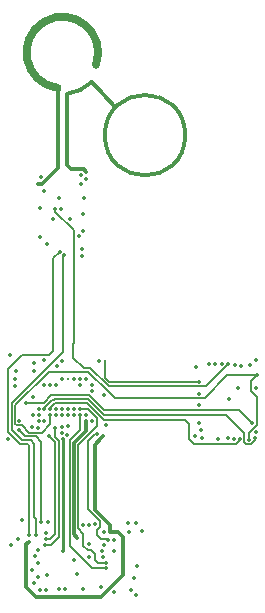
<source format=gbr>
G04 #@! TF.GenerationSoftware,KiCad,Pcbnew,(5.1.6)-1*
G04 #@! TF.CreationDate,2021-01-05T14:36:29-08:00*
G04 #@! TF.ProjectId,Miniscope-v4-Rigid-Flex,4d696e69-7363-46f7-9065-2d76342d5269,rev?*
G04 #@! TF.SameCoordinates,Original*
G04 #@! TF.FileFunction,Copper,L4,Inr*
G04 #@! TF.FilePolarity,Positive*
%FSLAX46Y46*%
G04 Gerber Fmt 4.6, Leading zero omitted, Abs format (unit mm)*
G04 Created by KiCad (PCBNEW (5.1.6)-1) date 2021-01-05 14:36:29*
%MOMM*%
%LPD*%
G01*
G04 APERTURE LIST*
G04 #@! TA.AperFunction,NonConductor*
%ADD10C,0.304800*%
G04 #@! TD*
G04 #@! TA.AperFunction,NonConductor*
%ADD11C,0.700000*%
G04 #@! TD*
G04 #@! TA.AperFunction,NonConductor*
%ADD12C,0.300000*%
G04 #@! TD*
G04 #@! TA.AperFunction,ViaPad*
%ADD13C,0.350000*%
G04 #@! TD*
G04 #@! TA.AperFunction,ViaPad*
%ADD14C,0.300000*%
G04 #@! TD*
G04 #@! TA.AperFunction,Conductor*
%ADD15C,0.254000*%
G04 #@! TD*
G04 #@! TA.AperFunction,Conductor*
%ADD16C,0.304800*%
G04 #@! TD*
G04 #@! TA.AperFunction,Conductor*
%ADD17C,0.152400*%
G04 #@! TD*
G04 #@! TA.AperFunction,Conductor*
%ADD18C,0.203200*%
G04 #@! TD*
G04 APERTURE END LIST*
D10*
X106240984Y-86490984D02*
X108250000Y-88600000D01*
X106241844Y-86490123D02*
G75*
G02*
X104150000Y-87500000I-2491844J2490123D01*
G01*
D11*
X106594123Y-85034875D02*
G75*
G03*
X103350000Y-87000000I-2844123J1034875D01*
G01*
D10*
X104136200Y-88894800D02*
X104150000Y-87500000D01*
D12*
X114150000Y-91000000D02*
G75*
G03*
X114150000Y-91000000I-3400000J0D01*
G01*
D10*
X103348800Y-88945600D02*
X103350000Y-87000000D01*
D13*
X102967800Y-98080200D03*
X102459800Y-100213800D03*
X101824800Y-97191200D03*
X101901000Y-99588200D03*
X104441000Y-98072204D03*
X105380800Y-101225400D03*
X108153200Y-125282200D03*
X109423200Y-124571000D03*
X110042800Y-127500000D03*
X109792800Y-128500000D03*
X101833200Y-129476000D03*
X103805272Y-126232072D03*
X104991600Y-128180600D03*
X115450200Y-115976100D03*
X106854008Y-110111800D03*
X110515400Y-124494800D03*
X117238200Y-110373800D03*
X107268800Y-124573800D03*
X107010200Y-129295400D03*
X101734400Y-114680800D03*
X102234400Y-115180800D03*
X103727105Y-115714263D03*
X101172800Y-127850400D03*
X108153200Y-126171200D03*
X102425200Y-128206000D03*
X106234400Y-115180800D03*
X103729800Y-110162600D03*
X105990400Y-126740800D03*
X103803210Y-116715800D03*
X106041200Y-125597800D03*
X117862700Y-113338600D03*
X116963200Y-116749200D03*
X104736800Y-126948400D03*
X102409000Y-124691400D03*
X99774000Y-111621200D03*
X101729600Y-115758600D03*
X104734400Y-111680800D03*
X101734400Y-114180800D03*
X106234400Y-112180800D03*
X100000000Y-125215199D03*
X118588800Y-112378800D03*
D14*
X104234400Y-111680800D03*
D13*
X115109000Y-110653200D03*
X101323400Y-110300400D03*
X105584175Y-96353175D03*
X105330000Y-94355802D03*
X116154800Y-110378800D03*
X110000000Y-123859988D03*
X115349800Y-112877800D03*
X115349800Y-113877800D03*
X101346000Y-128914400D03*
X100123002Y-115199800D03*
X104017600Y-129450600D03*
X104978200Y-125064400D03*
X107253800Y-112992800D03*
X106512389Y-123949248D03*
X108149400Y-129707400D03*
X120188996Y-112380400D03*
X105734400Y-115180800D03*
X101734400Y-115180800D03*
X101323400Y-110960800D03*
X105234400Y-111680800D03*
X114956600Y-116469800D03*
X103234400Y-112180800D03*
X118919000Y-110551600D03*
X120189000Y-116106199D03*
X119604804Y-110492800D03*
X102734400Y-112180800D03*
X115349800Y-115361998D03*
X107412800Y-115572800D03*
X102734400Y-114180800D03*
X118769390Y-116698400D03*
X120039390Y-116673000D03*
X102234400Y-114180800D03*
X119833400Y-115377600D03*
X100656400Y-113642400D03*
X105380800Y-100675400D03*
X105533200Y-99091800D03*
X103454800Y-96327600D03*
X107818800Y-124573800D03*
X106234400Y-112680800D03*
X100910400Y-125441000D03*
X102237800Y-110066210D03*
X102234400Y-112180800D03*
X116688200Y-110378800D03*
X101234400Y-114680800D03*
X105734400Y-111680800D03*
X120112800Y-110035600D03*
X99716600Y-112245400D03*
X107235000Y-116487200D03*
D14*
X107387400Y-110111800D03*
D13*
X115349800Y-111867190D03*
X100377000Y-123548400D03*
X99799400Y-110960800D03*
X99183200Y-116741200D03*
X109343200Y-123853200D03*
X99386400Y-125699400D03*
X118360200Y-110475400D03*
X105533200Y-97644000D03*
X105126810Y-99545400D03*
X101977200Y-94533606D03*
X103653600Y-97240200D03*
X102180400Y-95752780D03*
X101723200Y-95092398D03*
X105787200Y-94101800D03*
X101175400Y-115736000D03*
X103734400Y-114680800D03*
X105734400Y-114680800D03*
X103734400Y-111680800D03*
X102358198Y-125199400D03*
X102586800Y-116444400D03*
X103234400Y-114680800D03*
X103145598Y-115826800D03*
X102307400Y-125707400D03*
X103272600Y-110518200D03*
X99310200Y-109654600D03*
X101234400Y-113180800D03*
X105234400Y-112180800D03*
X109542800Y-129500000D03*
X110029000Y-129941200D03*
X103475400Y-129450600D03*
X102383200Y-129476000D03*
X105516200Y-129450600D03*
X101722800Y-128409200D03*
X119533132Y-116770068D03*
X120239800Y-111339000D03*
X102734400Y-114680800D03*
X103153600Y-97240200D03*
X117801400Y-110399200D03*
X102536000Y-123726200D03*
X103234400Y-114180800D03*
X101977200Y-123728999D03*
X103734400Y-114180800D03*
X100046800Y-115953800D03*
X106015800Y-123972200D03*
X104234400Y-114680800D03*
X105507800Y-124023000D03*
X104263192Y-115631600D03*
X107598768Y-125301168D03*
X104234400Y-114180800D03*
X106727000Y-116309400D03*
X107285800Y-125699400D03*
X104734400Y-114680800D03*
X103704402Y-116190400D03*
X101678614Y-126152184D03*
X104734400Y-114180800D03*
X107071800Y-126198400D03*
X105234400Y-114198410D03*
X107412800Y-127198000D03*
X104127250Y-116365400D03*
X107184200Y-126698000D03*
X107477028Y-127667172D03*
X105234400Y-114680800D03*
X101671800Y-127212600D03*
X118284000Y-116698400D03*
X115566200Y-116631600D03*
X117776000Y-116673004D03*
X101469198Y-126639200D03*
X103526600Y-100899600D03*
X100910400Y-124891000D03*
X105350967Y-95176325D03*
X103933000Y-101153600D03*
X101494600Y-124891000D03*
X105750000Y-94750000D03*
D15*
X103805272Y-116717862D02*
X103803210Y-116715800D01*
X103805272Y-126232072D02*
X103805272Y-116717862D01*
D16*
X104978200Y-125064400D02*
X104720389Y-124806589D01*
X104720389Y-117046011D02*
X105734400Y-116032000D01*
X104720389Y-124806589D02*
X104720389Y-117046011D01*
X105734400Y-115357576D02*
X105734400Y-115180800D01*
X105734400Y-116032000D02*
X105734400Y-115357576D01*
D17*
X102734400Y-114104400D02*
X103160200Y-113678600D01*
D18*
X114474000Y-116690400D02*
X114911001Y-117127401D01*
X114169200Y-115115600D02*
X114474000Y-115420400D01*
X105822667Y-113678600D02*
X107259667Y-115115600D01*
X114911001Y-117127401D02*
X118481999Y-117127401D01*
X118769390Y-116840010D02*
X118769390Y-116698400D01*
D17*
X103160200Y-113678600D02*
X103236600Y-113678600D01*
D18*
X118481999Y-117127401D02*
X118769390Y-116840010D01*
X107259667Y-115115600D02*
X114169200Y-115115600D01*
D17*
X102734400Y-114180800D02*
X102734400Y-114104400D01*
D18*
X114474000Y-115420400D02*
X114474000Y-116690400D01*
X103236600Y-113678600D02*
X105822667Y-113678600D01*
X117598200Y-114683800D02*
X119154931Y-116240531D01*
D17*
X119731131Y-117148269D02*
X120039390Y-116840010D01*
X119154931Y-116977131D02*
X119326069Y-117148269D01*
X119154931Y-116494531D02*
X119154931Y-116977131D01*
X120039390Y-116840010D02*
X120039390Y-116673000D01*
X119154931Y-116240531D02*
X119154931Y-116494531D01*
X119326069Y-117148269D02*
X119731131Y-117148269D01*
D18*
X103016000Y-113399200D02*
X103041410Y-113373790D01*
X103041410Y-113373790D02*
X105948924Y-113373790D01*
D17*
X102234400Y-114180800D02*
X102234400Y-114071000D01*
X102234400Y-114071000D02*
X102906200Y-113399200D01*
X102906200Y-113399200D02*
X103016000Y-113399200D01*
D18*
X105948924Y-113373790D02*
X107258934Y-114683800D01*
X107258934Y-114683800D02*
X117598200Y-114683800D01*
D17*
X100903887Y-113642400D02*
X100656400Y-113642400D01*
X102180400Y-113642400D02*
X100903887Y-113642400D01*
X106042001Y-113033601D02*
X102789199Y-113033601D01*
D18*
X119658401Y-115202601D02*
X119833400Y-115377600D01*
X106371400Y-113363000D02*
X107285800Y-114277400D01*
D17*
X102789199Y-113033601D02*
X102180400Y-113642400D01*
X106371400Y-113363000D02*
X106042001Y-113033601D01*
D18*
X118733200Y-114277400D02*
X119658401Y-115202601D01*
X107285800Y-114277400D02*
X118733200Y-114277400D01*
D16*
X100910400Y-125441000D02*
X100700470Y-125650930D01*
X101520000Y-130068200D02*
X107006400Y-130068200D01*
X107827200Y-124573800D02*
X107818800Y-124573800D01*
X108860600Y-124996200D02*
X108438200Y-124573800D01*
X108438200Y-124573800D02*
X107818800Y-124573800D01*
X107818800Y-124573800D02*
X107818800Y-124030600D01*
X108860600Y-128214000D02*
X108860600Y-124996200D01*
X100700470Y-125650930D02*
X100700470Y-129248670D01*
X107818800Y-124573800D02*
X107818800Y-124303800D01*
X107818800Y-124030600D02*
X106498400Y-122710200D01*
X107819200Y-124565800D02*
X107827200Y-124573800D01*
X100700470Y-129248670D02*
X101520000Y-130068200D01*
X107006400Y-130068200D02*
X108860600Y-128214000D01*
X106498400Y-122710200D02*
X106498400Y-117223800D01*
X106498400Y-117223800D02*
X107060001Y-116662199D01*
X107060001Y-116662199D02*
X107235000Y-116487200D01*
D18*
X107720390Y-111867190D02*
X107387400Y-111534200D01*
X115349800Y-111867190D02*
X107720390Y-111867190D01*
X107387400Y-111534200D02*
X107387400Y-110111800D01*
D16*
X102053330Y-95092398D02*
X103348800Y-93796928D01*
X101723200Y-95092398D02*
X102053330Y-95092398D01*
X103348800Y-93796928D02*
X103348800Y-88906410D01*
X104136200Y-93492200D02*
X104136200Y-88906410D01*
X104517200Y-93873200D02*
X104136200Y-93492200D01*
X105787200Y-94101800D02*
X105558600Y-93873200D01*
X105558600Y-93873200D02*
X104517200Y-93873200D01*
D18*
X103145600Y-124767600D02*
X102713800Y-125199400D01*
X102713800Y-125199400D02*
X102358198Y-125199400D01*
X103145600Y-117003200D02*
X103145600Y-124767600D01*
X102586800Y-116444400D02*
X103145600Y-117003200D01*
X103145598Y-116572131D02*
X103145598Y-116074287D01*
X103450411Y-125021589D02*
X103450411Y-116876944D01*
X102764600Y-125707400D02*
X103450411Y-125021589D01*
X103145598Y-116074287D02*
X103145598Y-115826800D01*
X102307400Y-125707400D02*
X102764600Y-125707400D01*
X103450411Y-116876944D02*
X103145598Y-116572131D01*
D17*
X120064801Y-111513999D02*
X120239800Y-111339000D01*
X107616000Y-112702600D02*
X107844600Y-112931200D01*
X119533132Y-116770068D02*
X119533132Y-116239921D01*
X119480599Y-116717535D02*
X119533132Y-116770068D01*
D18*
X115794800Y-113261400D02*
X117717200Y-111339000D01*
X119992313Y-111339000D02*
X120239800Y-111339000D01*
D17*
X105947590Y-111034190D02*
X107616000Y-112702600D01*
X99767400Y-113845600D02*
X102578810Y-111034190D01*
D18*
X107844600Y-112931200D02*
X108174800Y-113261400D01*
X117717200Y-111339000D02*
X119992313Y-111339000D01*
D17*
X99767400Y-115420400D02*
X99767400Y-113845600D01*
X99919800Y-115572800D02*
X99767400Y-115420400D01*
X120265200Y-115507853D02*
X120265200Y-113210600D01*
X119757200Y-111821600D02*
X120064801Y-111513999D01*
X102734400Y-115476000D02*
X102002600Y-116207800D01*
X100300800Y-115572800D02*
X99919800Y-115572800D01*
X102734400Y-114680800D02*
X102734400Y-115476000D01*
X119533132Y-116239921D02*
X120265200Y-115507853D01*
X102002600Y-116207800D02*
X100935800Y-116207800D01*
X102578810Y-111034190D02*
X105947590Y-111034190D01*
X119757200Y-112702600D02*
X119757200Y-111821600D01*
X100935800Y-116207800D02*
X100300800Y-115572800D01*
X120265200Y-113210600D02*
X119757200Y-112702600D01*
D18*
X108174800Y-113261400D02*
X115794800Y-113261400D01*
X104697799Y-99014799D02*
X103153600Y-97470600D01*
X104697799Y-108565199D02*
X104697799Y-99014799D01*
X103153600Y-97470600D02*
X103153600Y-97240200D01*
X117772538Y-110399200D02*
X115900938Y-112270800D01*
X104695000Y-108567998D02*
X104697799Y-108565199D01*
X105558600Y-110696000D02*
X104695000Y-109832400D01*
X106092000Y-110696000D02*
X105558600Y-110696000D01*
X117801400Y-110399200D02*
X117772538Y-110399200D01*
X115900938Y-112270800D02*
X107666800Y-112270800D01*
X104695000Y-109832400D02*
X104695000Y-108567998D01*
X107666800Y-112270800D02*
X106092000Y-110696000D01*
X101977200Y-116995200D02*
X101977200Y-123728999D01*
X100046800Y-115953800D02*
X100605600Y-116512600D01*
X101494600Y-116512600D02*
X101977200Y-116995200D01*
X100605600Y-116512600D02*
X101494600Y-116512600D01*
X106727000Y-116309400D02*
X106523800Y-116309400D01*
X106701600Y-124894600D02*
X107005400Y-125198400D01*
X107496000Y-125198400D02*
X107598768Y-125301168D01*
X105939600Y-122684800D02*
X106955600Y-123700800D01*
X107005400Y-125198400D02*
X107496000Y-125198400D01*
X106955600Y-124158000D02*
X106701600Y-124412000D01*
X106955600Y-123700800D02*
X106955600Y-124158000D01*
X106523800Y-116309400D02*
X105939600Y-116893600D01*
X105939600Y-116893600D02*
X105939600Y-122684800D01*
X106701600Y-124412000D02*
X106701600Y-124894600D01*
X107192200Y-127198000D02*
X106795200Y-127198000D01*
X105911410Y-114198410D02*
X105481887Y-114198410D01*
X106193600Y-126113800D02*
X105888800Y-126113800D01*
X105533200Y-124742200D02*
X105076000Y-124285000D01*
X105888800Y-126113800D02*
X105533200Y-125758200D01*
X106549200Y-126469400D02*
X106193600Y-126113800D01*
X106676200Y-114963200D02*
X105911410Y-114198410D01*
X106795200Y-127198000D02*
X106549200Y-126952000D01*
X107192200Y-127198000D02*
X107034471Y-127198000D01*
X106676200Y-115623600D02*
X106676200Y-114963200D01*
X105076000Y-124285000D02*
X105076000Y-117223800D01*
X105481887Y-114198410D02*
X105234400Y-114198410D01*
X106549200Y-126952000D02*
X106549200Y-126469400D01*
X105533200Y-125758200D02*
X105533200Y-124742200D01*
X107412800Y-127198000D02*
X107192200Y-127198000D01*
X105076000Y-117223800D02*
X106676200Y-115623600D01*
X104364778Y-125808978D02*
X106222972Y-127667172D01*
X105234400Y-115947800D02*
X104364778Y-116817422D01*
X107229541Y-127667172D02*
X107477028Y-127667172D01*
X105234400Y-114680800D02*
X105234400Y-115947800D01*
X104364778Y-116817422D02*
X104364778Y-125808978D01*
X106222972Y-127667172D02*
X107229541Y-127667172D01*
X102993200Y-109273600D02*
X102993200Y-101433000D01*
X102993200Y-101433000D02*
X103526600Y-100899600D01*
X100199200Y-117147600D02*
X99167199Y-116115599D01*
X99167199Y-116115599D02*
X99167199Y-110813601D01*
X100808800Y-117147600D02*
X100199200Y-117147600D01*
X100910400Y-123472200D02*
X100961200Y-123421400D01*
X100351600Y-109629200D02*
X102637600Y-109629200D01*
X100961200Y-123421400D02*
X100961200Y-117300000D01*
X100961200Y-117300000D02*
X100808800Y-117147600D01*
X100910400Y-124891000D02*
X100910400Y-123472200D01*
X99167199Y-110813601D02*
X100351600Y-109629200D01*
X102637600Y-109629200D02*
X102993200Y-109273600D01*
X103780600Y-101306000D02*
X103933000Y-101153600D01*
X103780600Y-109400600D02*
X103780600Y-101306000D01*
X99487990Y-116004590D02*
X99487990Y-113693210D01*
X100326200Y-116842800D02*
X99487990Y-116004590D01*
X101494600Y-124891000D02*
X101494600Y-123472200D01*
X99487990Y-113693210D02*
X103780600Y-109400600D01*
X101494600Y-123472200D02*
X101367600Y-123345200D01*
X101367600Y-117122200D02*
X101088200Y-116842800D01*
X101367600Y-123345200D02*
X101367600Y-117122200D01*
X101088200Y-116842800D02*
X100326200Y-116842800D01*
M02*

</source>
